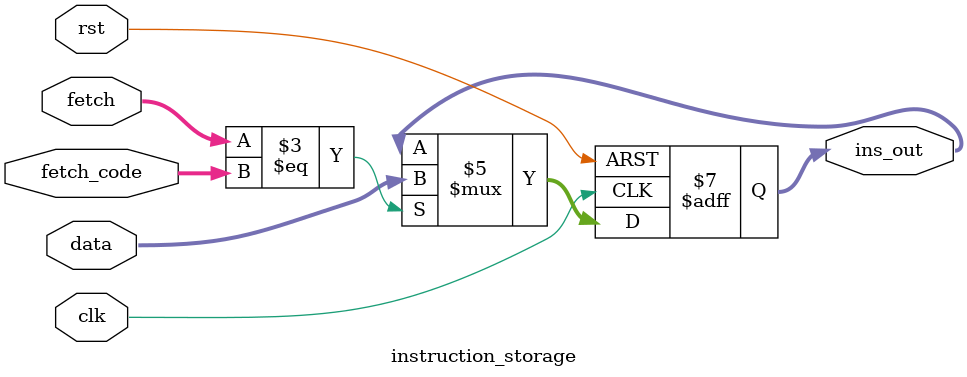
<source format=v>
module verified_instr_reg (
    input clk,
    input rst,
    input [1:0] fetch,
    input [7:0] data,
    output [2:0] ins,
    output [4:0] ad1,
    output [7:0] ad2
);

    // Submodule for instruction storage
    wire [7:0] ins_p1_out, ins_p2_out;

    instruction_storage ins1 (
        .clk(clk),
        .rst(rst),
        .fetch(fetch),
        .data(data),
        .ins_out(ins_p1_out),
        .fetch_code(2'b01) // Fetch from register
    );

    instruction_storage ins2 (
        .clk(clk),
        .rst(rst),
        .fetch(fetch),
        .data(data),
        .ins_out(ins_p2_out),
        .fetch_code(2'b10) // Fetch from RAM/ROM
    );

    // Output assignments
    assign ins = ins_p1_out[7:5]; // High 3 bits, instructions
    assign ad1 = ins_p1_out[4:0];  // Low 5 bits, register address
    assign ad2 = ins_p2_out;        // Full 8-bit data from second source

endmodule

// Submodule for instruction storage
module instruction_storage (
    input clk,
    input rst,
    input [1:0] fetch,
    input [7:0] data,
    output reg [7:0] ins_out,
    input [1:0] fetch_code // Code to distinguish fetch sources
);

    always @(posedge clk or negedge rst) begin
        if (!rst) begin
            ins_out <= 8'd0; // Reset output
        end else begin
            if (fetch == fetch_code) begin
                ins_out <= data; // Capture data if fetch code matches
            end else begin
                ins_out <= ins_out; // Retain previous value
            end
        end
    end

endmodule
</source>
